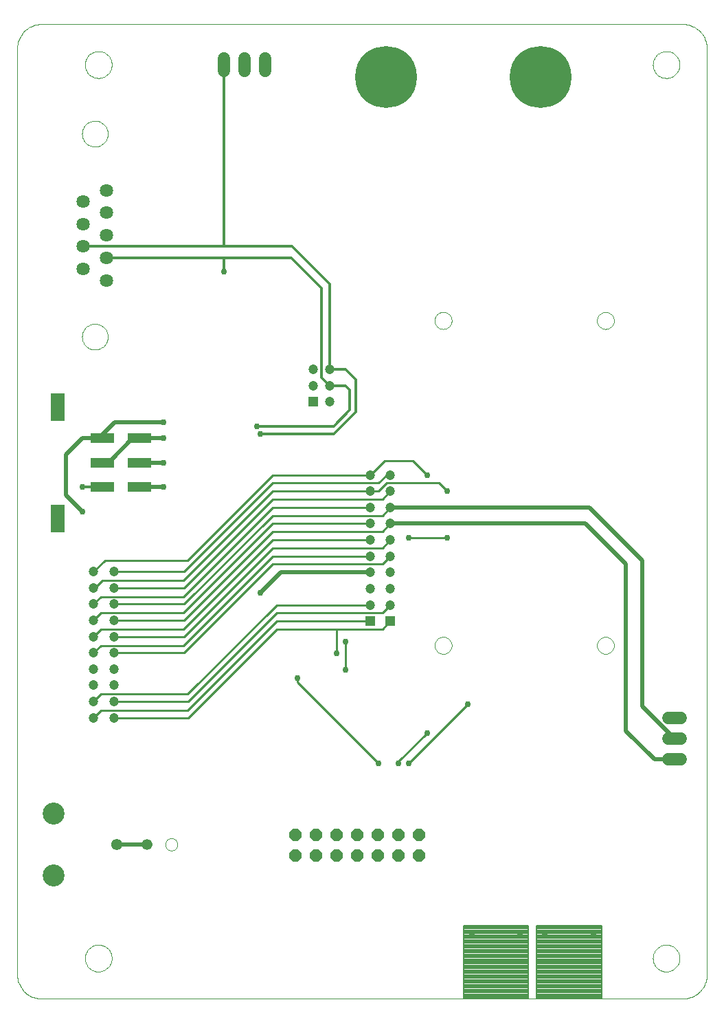
<source format=gtl>
G75*
G70*
%OFA0B0*%
%FSLAX24Y24*%
%IPPOS*%
%LPD*%
%AMOC8*
5,1,8,0,0,1.08239X$1,22.5*
%
%ADD10C,0.0000*%
%ADD11C,0.0472*%
%ADD12R,0.0472X0.0472*%
%ADD13C,0.3000*%
%ADD14C,0.1063*%
%ADD15C,0.0543*%
%ADD16OC8,0.0600*%
%ADD17R,0.1150X0.0500*%
%ADD18R,0.0650X0.1350*%
%ADD19C,0.0644*%
%ADD20C,0.0600*%
%ADD21C,0.0098*%
%ADD22C,0.0197*%
%ADD23C,0.0297*%
%ADD24C,0.0079*%
%ADD25C,0.0138*%
%ADD26C,0.0526*%
D10*
X005291Y001336D02*
X005291Y046218D01*
X005293Y046284D01*
X005298Y046350D01*
X005308Y046416D01*
X005321Y046481D01*
X005337Y046545D01*
X005357Y046608D01*
X005381Y046670D01*
X005408Y046730D01*
X005438Y046789D01*
X005472Y046846D01*
X005509Y046901D01*
X005549Y046954D01*
X005591Y047005D01*
X005637Y047053D01*
X005685Y047099D01*
X005736Y047141D01*
X005789Y047181D01*
X005844Y047218D01*
X005901Y047252D01*
X005960Y047282D01*
X006020Y047309D01*
X006082Y047333D01*
X006145Y047353D01*
X006209Y047369D01*
X006274Y047382D01*
X006340Y047392D01*
X006406Y047397D01*
X006472Y047399D01*
X037575Y047399D01*
X037641Y047397D01*
X037707Y047392D01*
X037773Y047382D01*
X037838Y047369D01*
X037902Y047353D01*
X037965Y047333D01*
X038027Y047309D01*
X038087Y047282D01*
X038146Y047252D01*
X038203Y047218D01*
X038258Y047181D01*
X038311Y047141D01*
X038362Y047099D01*
X038410Y047053D01*
X038456Y047005D01*
X038498Y046954D01*
X038538Y046901D01*
X038575Y046846D01*
X038609Y046789D01*
X038639Y046730D01*
X038666Y046670D01*
X038690Y046608D01*
X038710Y046545D01*
X038726Y046481D01*
X038739Y046416D01*
X038749Y046350D01*
X038754Y046284D01*
X038756Y046218D01*
X038756Y001336D01*
X038754Y001270D01*
X038749Y001204D01*
X038739Y001138D01*
X038726Y001073D01*
X038710Y001009D01*
X038690Y000946D01*
X038666Y000884D01*
X038639Y000824D01*
X038609Y000765D01*
X038575Y000708D01*
X038538Y000653D01*
X038498Y000600D01*
X038456Y000549D01*
X038410Y000501D01*
X038362Y000455D01*
X038311Y000413D01*
X038258Y000373D01*
X038203Y000336D01*
X038146Y000302D01*
X038087Y000272D01*
X038027Y000245D01*
X037965Y000221D01*
X037902Y000201D01*
X037838Y000185D01*
X037773Y000172D01*
X037707Y000162D01*
X037641Y000157D01*
X037575Y000155D01*
X006472Y000155D01*
X006406Y000157D01*
X006340Y000162D01*
X006274Y000172D01*
X006209Y000185D01*
X006145Y000201D01*
X006082Y000221D01*
X006020Y000245D01*
X005960Y000272D01*
X005901Y000302D01*
X005844Y000336D01*
X005789Y000373D01*
X005736Y000413D01*
X005685Y000455D01*
X005637Y000501D01*
X005591Y000549D01*
X005549Y000600D01*
X005509Y000653D01*
X005472Y000708D01*
X005438Y000765D01*
X005408Y000824D01*
X005381Y000884D01*
X005357Y000946D01*
X005337Y001009D01*
X005321Y001073D01*
X005308Y001138D01*
X005298Y001204D01*
X005293Y001270D01*
X005291Y001336D01*
X008578Y002123D02*
X008580Y002173D01*
X008586Y002223D01*
X008596Y002273D01*
X008609Y002321D01*
X008626Y002369D01*
X008647Y002415D01*
X008671Y002459D01*
X008699Y002501D01*
X008730Y002541D01*
X008764Y002578D01*
X008801Y002613D01*
X008840Y002644D01*
X008881Y002673D01*
X008925Y002698D01*
X008971Y002720D01*
X009018Y002738D01*
X009066Y002752D01*
X009115Y002763D01*
X009165Y002770D01*
X009215Y002773D01*
X009266Y002772D01*
X009316Y002767D01*
X009366Y002758D01*
X009414Y002746D01*
X009462Y002729D01*
X009508Y002709D01*
X009553Y002686D01*
X009596Y002659D01*
X009636Y002629D01*
X009674Y002596D01*
X009709Y002560D01*
X009742Y002521D01*
X009771Y002480D01*
X009797Y002437D01*
X009820Y002392D01*
X009839Y002345D01*
X009854Y002297D01*
X009866Y002248D01*
X009874Y002198D01*
X009878Y002148D01*
X009878Y002098D01*
X009874Y002048D01*
X009866Y001998D01*
X009854Y001949D01*
X009839Y001901D01*
X009820Y001854D01*
X009797Y001809D01*
X009771Y001766D01*
X009742Y001725D01*
X009709Y001686D01*
X009674Y001650D01*
X009636Y001617D01*
X009596Y001587D01*
X009553Y001560D01*
X009508Y001537D01*
X009462Y001517D01*
X009414Y001500D01*
X009366Y001488D01*
X009316Y001479D01*
X009266Y001474D01*
X009215Y001473D01*
X009165Y001476D01*
X009115Y001483D01*
X009066Y001494D01*
X009018Y001508D01*
X008971Y001526D01*
X008925Y001548D01*
X008881Y001573D01*
X008840Y001602D01*
X008801Y001633D01*
X008764Y001668D01*
X008730Y001705D01*
X008699Y001745D01*
X008671Y001787D01*
X008647Y001831D01*
X008626Y001877D01*
X008609Y001925D01*
X008596Y001973D01*
X008586Y002023D01*
X008580Y002073D01*
X008578Y002123D01*
X012477Y007635D02*
X012479Y007669D01*
X012485Y007703D01*
X012495Y007736D01*
X012508Y007767D01*
X012526Y007797D01*
X012546Y007825D01*
X012570Y007850D01*
X012596Y007872D01*
X012624Y007890D01*
X012655Y007906D01*
X012687Y007918D01*
X012721Y007926D01*
X012755Y007930D01*
X012789Y007930D01*
X012823Y007926D01*
X012857Y007918D01*
X012889Y007906D01*
X012919Y007890D01*
X012948Y007872D01*
X012974Y007850D01*
X012998Y007825D01*
X013018Y007797D01*
X013036Y007767D01*
X013049Y007736D01*
X013059Y007703D01*
X013065Y007669D01*
X013067Y007635D01*
X013065Y007601D01*
X013059Y007567D01*
X013049Y007534D01*
X013036Y007503D01*
X013018Y007473D01*
X012998Y007445D01*
X012974Y007420D01*
X012948Y007398D01*
X012920Y007380D01*
X012889Y007364D01*
X012857Y007352D01*
X012823Y007344D01*
X012789Y007340D01*
X012755Y007340D01*
X012721Y007344D01*
X012687Y007352D01*
X012655Y007364D01*
X012624Y007380D01*
X012596Y007398D01*
X012570Y007420D01*
X012546Y007445D01*
X012526Y007473D01*
X012508Y007503D01*
X012495Y007534D01*
X012485Y007567D01*
X012479Y007601D01*
X012477Y007635D01*
X025548Y017281D02*
X025550Y017321D01*
X025556Y017362D01*
X025566Y017401D01*
X025579Y017439D01*
X025597Y017476D01*
X025618Y017510D01*
X025642Y017543D01*
X025669Y017573D01*
X025699Y017600D01*
X025732Y017624D01*
X025766Y017645D01*
X025803Y017663D01*
X025841Y017676D01*
X025880Y017686D01*
X025921Y017692D01*
X025961Y017694D01*
X026001Y017692D01*
X026042Y017686D01*
X026081Y017676D01*
X026119Y017663D01*
X026156Y017645D01*
X026190Y017624D01*
X026223Y017600D01*
X026253Y017573D01*
X026280Y017543D01*
X026304Y017510D01*
X026325Y017476D01*
X026343Y017439D01*
X026356Y017401D01*
X026366Y017362D01*
X026372Y017321D01*
X026374Y017281D01*
X026372Y017241D01*
X026366Y017200D01*
X026356Y017161D01*
X026343Y017123D01*
X026325Y017086D01*
X026304Y017052D01*
X026280Y017019D01*
X026253Y016989D01*
X026223Y016962D01*
X026190Y016938D01*
X026156Y016917D01*
X026119Y016899D01*
X026081Y016886D01*
X026042Y016876D01*
X026001Y016870D01*
X025961Y016868D01*
X025921Y016870D01*
X025880Y016876D01*
X025841Y016886D01*
X025803Y016899D01*
X025766Y016917D01*
X025732Y016938D01*
X025699Y016962D01*
X025669Y016989D01*
X025642Y017019D01*
X025618Y017052D01*
X025597Y017086D01*
X025579Y017123D01*
X025566Y017161D01*
X025556Y017200D01*
X025550Y017241D01*
X025548Y017281D01*
X033422Y017281D02*
X033424Y017321D01*
X033430Y017362D01*
X033440Y017401D01*
X033453Y017439D01*
X033471Y017476D01*
X033492Y017510D01*
X033516Y017543D01*
X033543Y017573D01*
X033573Y017600D01*
X033606Y017624D01*
X033640Y017645D01*
X033677Y017663D01*
X033715Y017676D01*
X033754Y017686D01*
X033795Y017692D01*
X033835Y017694D01*
X033875Y017692D01*
X033916Y017686D01*
X033955Y017676D01*
X033993Y017663D01*
X034030Y017645D01*
X034064Y017624D01*
X034097Y017600D01*
X034127Y017573D01*
X034154Y017543D01*
X034178Y017510D01*
X034199Y017476D01*
X034217Y017439D01*
X034230Y017401D01*
X034240Y017362D01*
X034246Y017321D01*
X034248Y017281D01*
X034246Y017241D01*
X034240Y017200D01*
X034230Y017161D01*
X034217Y017123D01*
X034199Y017086D01*
X034178Y017052D01*
X034154Y017019D01*
X034127Y016989D01*
X034097Y016962D01*
X034064Y016938D01*
X034030Y016917D01*
X033993Y016899D01*
X033955Y016886D01*
X033916Y016876D01*
X033875Y016870D01*
X033835Y016868D01*
X033795Y016870D01*
X033754Y016876D01*
X033715Y016886D01*
X033677Y016899D01*
X033640Y016917D01*
X033606Y016938D01*
X033573Y016962D01*
X033543Y016989D01*
X033516Y017019D01*
X033492Y017052D01*
X033471Y017086D01*
X033453Y017123D01*
X033440Y017161D01*
X033430Y017200D01*
X033424Y017241D01*
X033422Y017281D01*
X036137Y002123D02*
X036139Y002173D01*
X036145Y002223D01*
X036155Y002273D01*
X036168Y002321D01*
X036185Y002369D01*
X036206Y002415D01*
X036230Y002459D01*
X036258Y002501D01*
X036289Y002541D01*
X036323Y002578D01*
X036360Y002613D01*
X036399Y002644D01*
X036440Y002673D01*
X036484Y002698D01*
X036530Y002720D01*
X036577Y002738D01*
X036625Y002752D01*
X036674Y002763D01*
X036724Y002770D01*
X036774Y002773D01*
X036825Y002772D01*
X036875Y002767D01*
X036925Y002758D01*
X036973Y002746D01*
X037021Y002729D01*
X037067Y002709D01*
X037112Y002686D01*
X037155Y002659D01*
X037195Y002629D01*
X037233Y002596D01*
X037268Y002560D01*
X037301Y002521D01*
X037330Y002480D01*
X037356Y002437D01*
X037379Y002392D01*
X037398Y002345D01*
X037413Y002297D01*
X037425Y002248D01*
X037433Y002198D01*
X037437Y002148D01*
X037437Y002098D01*
X037433Y002048D01*
X037425Y001998D01*
X037413Y001949D01*
X037398Y001901D01*
X037379Y001854D01*
X037356Y001809D01*
X037330Y001766D01*
X037301Y001725D01*
X037268Y001686D01*
X037233Y001650D01*
X037195Y001617D01*
X037155Y001587D01*
X037112Y001560D01*
X037067Y001537D01*
X037021Y001517D01*
X036973Y001500D01*
X036925Y001488D01*
X036875Y001479D01*
X036825Y001474D01*
X036774Y001473D01*
X036724Y001476D01*
X036674Y001483D01*
X036625Y001494D01*
X036577Y001508D01*
X036530Y001526D01*
X036484Y001548D01*
X036440Y001573D01*
X036399Y001602D01*
X036360Y001633D01*
X036323Y001668D01*
X036289Y001705D01*
X036258Y001745D01*
X036230Y001787D01*
X036206Y001831D01*
X036185Y001877D01*
X036168Y001925D01*
X036155Y001973D01*
X036145Y002023D01*
X036139Y002073D01*
X036137Y002123D01*
X033422Y033029D02*
X033424Y033069D01*
X033430Y033110D01*
X033440Y033149D01*
X033453Y033187D01*
X033471Y033224D01*
X033492Y033258D01*
X033516Y033291D01*
X033543Y033321D01*
X033573Y033348D01*
X033606Y033372D01*
X033640Y033393D01*
X033677Y033411D01*
X033715Y033424D01*
X033754Y033434D01*
X033795Y033440D01*
X033835Y033442D01*
X033875Y033440D01*
X033916Y033434D01*
X033955Y033424D01*
X033993Y033411D01*
X034030Y033393D01*
X034064Y033372D01*
X034097Y033348D01*
X034127Y033321D01*
X034154Y033291D01*
X034178Y033258D01*
X034199Y033224D01*
X034217Y033187D01*
X034230Y033149D01*
X034240Y033110D01*
X034246Y033069D01*
X034248Y033029D01*
X034246Y032989D01*
X034240Y032948D01*
X034230Y032909D01*
X034217Y032871D01*
X034199Y032834D01*
X034178Y032800D01*
X034154Y032767D01*
X034127Y032737D01*
X034097Y032710D01*
X034064Y032686D01*
X034030Y032665D01*
X033993Y032647D01*
X033955Y032634D01*
X033916Y032624D01*
X033875Y032618D01*
X033835Y032616D01*
X033795Y032618D01*
X033754Y032624D01*
X033715Y032634D01*
X033677Y032647D01*
X033640Y032665D01*
X033606Y032686D01*
X033573Y032710D01*
X033543Y032737D01*
X033516Y032767D01*
X033492Y032800D01*
X033471Y032834D01*
X033453Y032871D01*
X033440Y032909D01*
X033430Y032948D01*
X033424Y032989D01*
X033422Y033029D01*
X025548Y033029D02*
X025550Y033069D01*
X025556Y033110D01*
X025566Y033149D01*
X025579Y033187D01*
X025597Y033224D01*
X025618Y033258D01*
X025642Y033291D01*
X025669Y033321D01*
X025699Y033348D01*
X025732Y033372D01*
X025766Y033393D01*
X025803Y033411D01*
X025841Y033424D01*
X025880Y033434D01*
X025921Y033440D01*
X025961Y033442D01*
X026001Y033440D01*
X026042Y033434D01*
X026081Y033424D01*
X026119Y033411D01*
X026156Y033393D01*
X026190Y033372D01*
X026223Y033348D01*
X026253Y033321D01*
X026280Y033291D01*
X026304Y033258D01*
X026325Y033224D01*
X026343Y033187D01*
X026356Y033149D01*
X026366Y033110D01*
X026372Y033069D01*
X026374Y033029D01*
X026372Y032989D01*
X026366Y032948D01*
X026356Y032909D01*
X026343Y032871D01*
X026325Y032834D01*
X026304Y032800D01*
X026280Y032767D01*
X026253Y032737D01*
X026223Y032710D01*
X026190Y032686D01*
X026156Y032665D01*
X026119Y032647D01*
X026081Y032634D01*
X026042Y032624D01*
X026001Y032618D01*
X025961Y032616D01*
X025921Y032618D01*
X025880Y032624D01*
X025841Y032634D01*
X025803Y032647D01*
X025766Y032665D01*
X025732Y032686D01*
X025699Y032710D01*
X025669Y032737D01*
X025642Y032767D01*
X025618Y032800D01*
X025597Y032834D01*
X025579Y032871D01*
X025566Y032909D01*
X025556Y032948D01*
X025550Y032989D01*
X025548Y033029D01*
X036137Y045431D02*
X036139Y045481D01*
X036145Y045531D01*
X036155Y045581D01*
X036168Y045629D01*
X036185Y045677D01*
X036206Y045723D01*
X036230Y045767D01*
X036258Y045809D01*
X036289Y045849D01*
X036323Y045886D01*
X036360Y045921D01*
X036399Y045952D01*
X036440Y045981D01*
X036484Y046006D01*
X036530Y046028D01*
X036577Y046046D01*
X036625Y046060D01*
X036674Y046071D01*
X036724Y046078D01*
X036774Y046081D01*
X036825Y046080D01*
X036875Y046075D01*
X036925Y046066D01*
X036973Y046054D01*
X037021Y046037D01*
X037067Y046017D01*
X037112Y045994D01*
X037155Y045967D01*
X037195Y045937D01*
X037233Y045904D01*
X037268Y045868D01*
X037301Y045829D01*
X037330Y045788D01*
X037356Y045745D01*
X037379Y045700D01*
X037398Y045653D01*
X037413Y045605D01*
X037425Y045556D01*
X037433Y045506D01*
X037437Y045456D01*
X037437Y045406D01*
X037433Y045356D01*
X037425Y045306D01*
X037413Y045257D01*
X037398Y045209D01*
X037379Y045162D01*
X037356Y045117D01*
X037330Y045074D01*
X037301Y045033D01*
X037268Y044994D01*
X037233Y044958D01*
X037195Y044925D01*
X037155Y044895D01*
X037112Y044868D01*
X037067Y044845D01*
X037021Y044825D01*
X036973Y044808D01*
X036925Y044796D01*
X036875Y044787D01*
X036825Y044782D01*
X036774Y044781D01*
X036724Y044784D01*
X036674Y044791D01*
X036625Y044802D01*
X036577Y044816D01*
X036530Y044834D01*
X036484Y044856D01*
X036440Y044881D01*
X036399Y044910D01*
X036360Y044941D01*
X036323Y044976D01*
X036289Y045013D01*
X036258Y045053D01*
X036230Y045095D01*
X036206Y045139D01*
X036185Y045185D01*
X036168Y045233D01*
X036155Y045281D01*
X036145Y045331D01*
X036139Y045381D01*
X036137Y045431D01*
X008578Y045431D02*
X008580Y045481D01*
X008586Y045531D01*
X008596Y045581D01*
X008609Y045629D01*
X008626Y045677D01*
X008647Y045723D01*
X008671Y045767D01*
X008699Y045809D01*
X008730Y045849D01*
X008764Y045886D01*
X008801Y045921D01*
X008840Y045952D01*
X008881Y045981D01*
X008925Y046006D01*
X008971Y046028D01*
X009018Y046046D01*
X009066Y046060D01*
X009115Y046071D01*
X009165Y046078D01*
X009215Y046081D01*
X009266Y046080D01*
X009316Y046075D01*
X009366Y046066D01*
X009414Y046054D01*
X009462Y046037D01*
X009508Y046017D01*
X009553Y045994D01*
X009596Y045967D01*
X009636Y045937D01*
X009674Y045904D01*
X009709Y045868D01*
X009742Y045829D01*
X009771Y045788D01*
X009797Y045745D01*
X009820Y045700D01*
X009839Y045653D01*
X009854Y045605D01*
X009866Y045556D01*
X009874Y045506D01*
X009878Y045456D01*
X009878Y045406D01*
X009874Y045356D01*
X009866Y045306D01*
X009854Y045257D01*
X009839Y045209D01*
X009820Y045162D01*
X009797Y045117D01*
X009771Y045074D01*
X009742Y045033D01*
X009709Y044994D01*
X009674Y044958D01*
X009636Y044925D01*
X009596Y044895D01*
X009553Y044868D01*
X009508Y044845D01*
X009462Y044825D01*
X009414Y044808D01*
X009366Y044796D01*
X009316Y044787D01*
X009266Y044782D01*
X009215Y044781D01*
X009165Y044784D01*
X009115Y044791D01*
X009066Y044802D01*
X009018Y044816D01*
X008971Y044834D01*
X008925Y044856D01*
X008881Y044881D01*
X008840Y044910D01*
X008801Y044941D01*
X008764Y044976D01*
X008730Y045013D01*
X008699Y045053D01*
X008671Y045095D01*
X008647Y045139D01*
X008626Y045185D01*
X008609Y045233D01*
X008596Y045281D01*
X008586Y045331D01*
X008580Y045381D01*
X008578Y045431D01*
X008437Y042082D02*
X008439Y042132D01*
X008445Y042181D01*
X008455Y042230D01*
X008468Y042278D01*
X008486Y042324D01*
X008507Y042370D01*
X008532Y042413D01*
X008559Y042454D01*
X008591Y042493D01*
X008625Y042529D01*
X008662Y042562D01*
X008701Y042593D01*
X008743Y042620D01*
X008787Y042644D01*
X008832Y042664D01*
X008879Y042680D01*
X008927Y042693D01*
X008976Y042702D01*
X009026Y042707D01*
X009075Y042708D01*
X009125Y042705D01*
X009174Y042698D01*
X009223Y042687D01*
X009271Y042673D01*
X009317Y042654D01*
X009362Y042632D01*
X009404Y042607D01*
X009445Y042578D01*
X009483Y042546D01*
X009519Y042511D01*
X009551Y042474D01*
X009581Y042434D01*
X009607Y042391D01*
X009630Y042347D01*
X009649Y042301D01*
X009665Y042254D01*
X009677Y042206D01*
X009685Y042157D01*
X009689Y042107D01*
X009689Y042057D01*
X009685Y042007D01*
X009677Y041958D01*
X009665Y041910D01*
X009649Y041863D01*
X009630Y041817D01*
X009607Y041773D01*
X009581Y041730D01*
X009551Y041690D01*
X009519Y041653D01*
X009483Y041618D01*
X009445Y041586D01*
X009404Y041557D01*
X009362Y041532D01*
X009317Y041510D01*
X009271Y041491D01*
X009223Y041477D01*
X009174Y041466D01*
X009125Y041459D01*
X009075Y041456D01*
X009026Y041457D01*
X008976Y041462D01*
X008927Y041471D01*
X008879Y041484D01*
X008832Y041500D01*
X008787Y041520D01*
X008743Y041544D01*
X008701Y041571D01*
X008662Y041602D01*
X008625Y041635D01*
X008591Y041671D01*
X008559Y041710D01*
X008532Y041751D01*
X008507Y041794D01*
X008486Y041840D01*
X008468Y041886D01*
X008455Y041934D01*
X008445Y041983D01*
X008439Y042032D01*
X008437Y042082D01*
X008437Y032244D02*
X008439Y032294D01*
X008445Y032343D01*
X008455Y032392D01*
X008468Y032440D01*
X008486Y032486D01*
X008507Y032532D01*
X008532Y032575D01*
X008559Y032616D01*
X008591Y032655D01*
X008625Y032691D01*
X008662Y032724D01*
X008701Y032755D01*
X008743Y032782D01*
X008787Y032806D01*
X008832Y032826D01*
X008879Y032842D01*
X008927Y032855D01*
X008976Y032864D01*
X009026Y032869D01*
X009075Y032870D01*
X009125Y032867D01*
X009174Y032860D01*
X009223Y032849D01*
X009271Y032835D01*
X009317Y032816D01*
X009362Y032794D01*
X009404Y032769D01*
X009445Y032740D01*
X009483Y032708D01*
X009519Y032673D01*
X009551Y032636D01*
X009581Y032596D01*
X009607Y032553D01*
X009630Y032509D01*
X009649Y032463D01*
X009665Y032416D01*
X009677Y032368D01*
X009685Y032319D01*
X009689Y032269D01*
X009689Y032219D01*
X009685Y032169D01*
X009677Y032120D01*
X009665Y032072D01*
X009649Y032025D01*
X009630Y031979D01*
X009607Y031935D01*
X009581Y031892D01*
X009551Y031852D01*
X009519Y031815D01*
X009483Y031780D01*
X009445Y031748D01*
X009404Y031719D01*
X009362Y031694D01*
X009317Y031672D01*
X009271Y031653D01*
X009223Y031639D01*
X009174Y031628D01*
X009125Y031621D01*
X009075Y031618D01*
X009026Y031619D01*
X008976Y031624D01*
X008927Y031633D01*
X008879Y031646D01*
X008832Y031662D01*
X008787Y031682D01*
X008743Y031706D01*
X008701Y031733D01*
X008662Y031764D01*
X008625Y031797D01*
X008591Y031833D01*
X008559Y031872D01*
X008532Y031913D01*
X008507Y031956D01*
X008486Y032002D01*
X008468Y032048D01*
X008455Y032096D01*
X008445Y032145D01*
X008439Y032194D01*
X008437Y032244D01*
D11*
X009000Y020864D03*
X009000Y020076D03*
X009000Y019289D03*
X009000Y018501D03*
X009000Y017714D03*
X009000Y016927D03*
X009000Y016139D03*
X009000Y015352D03*
X009000Y014564D03*
X009000Y013777D03*
X009984Y013777D03*
X009984Y014564D03*
X009984Y015352D03*
X009984Y016139D03*
X009984Y016927D03*
X009984Y017714D03*
X009984Y018501D03*
X009984Y019289D03*
X009984Y020076D03*
X009984Y020864D03*
X019661Y029879D03*
X019661Y030667D03*
X020449Y030667D03*
X020449Y029879D03*
X020449Y029092D03*
X022417Y025549D03*
X022417Y024761D03*
X022417Y023974D03*
X022417Y023186D03*
X022417Y022399D03*
X022417Y021612D03*
X022417Y020824D03*
X022417Y020037D03*
X022417Y019249D03*
X023402Y019249D03*
X023402Y020037D03*
X023402Y020824D03*
X023402Y021612D03*
X023402Y022399D03*
X023402Y023186D03*
X023402Y023974D03*
X023402Y024761D03*
X023402Y025549D03*
D12*
X019661Y029092D03*
X022417Y018462D03*
X023402Y018462D03*
D13*
X023185Y044820D03*
X030685Y044820D03*
D14*
X007063Y009131D03*
X007063Y006139D03*
D15*
X010134Y007635D03*
D16*
X018791Y008092D03*
X019791Y008092D03*
X019791Y007092D03*
X018791Y007092D03*
X020791Y007092D03*
X021791Y007092D03*
X021791Y008092D03*
X020791Y008092D03*
X022791Y008092D03*
X022791Y007092D03*
X023791Y007092D03*
X024791Y007092D03*
X024791Y008092D03*
X023791Y008092D03*
D17*
X011236Y024958D03*
X011236Y026139D03*
X011236Y027320D03*
X009413Y027320D03*
X009413Y026139D03*
X009413Y024958D03*
D18*
X007260Y023429D03*
X007260Y028849D03*
D19*
X009622Y034982D03*
X009622Y036072D03*
X009622Y037163D03*
X009622Y038253D03*
X009622Y039344D03*
X008504Y038799D03*
X008504Y037708D03*
X008504Y036618D03*
X008504Y035527D03*
D20*
X015315Y045131D02*
X015315Y045731D01*
X016315Y045731D02*
X016315Y045131D01*
X017315Y045131D02*
X017315Y045731D01*
X036881Y013753D02*
X037481Y013753D01*
X037481Y012753D02*
X036881Y012753D01*
X036881Y011753D02*
X037481Y011753D01*
D21*
X027142Y014427D02*
X024287Y011572D01*
X023795Y011572D02*
X023795Y011671D01*
X025173Y013049D01*
X022811Y011572D02*
X018874Y015509D01*
X018874Y015706D01*
X017890Y018068D02*
X013598Y013777D01*
X009984Y013777D01*
X009354Y014131D02*
X009000Y013777D01*
X009354Y014131D02*
X013559Y014131D01*
X017890Y018462D01*
X022417Y018462D01*
X023008Y018068D02*
X020843Y018068D01*
X020803Y018029D01*
X020803Y016887D01*
X021236Y017478D02*
X021236Y016100D01*
X020843Y018068D02*
X017890Y018068D01*
X017890Y018856D02*
X013598Y014564D01*
X009984Y014564D01*
X009354Y014919D02*
X013559Y014919D01*
X017890Y019249D01*
X022417Y019249D01*
X023008Y018856D02*
X017890Y018856D01*
X017693Y021218D02*
X013402Y016927D01*
X009984Y016927D01*
X009354Y017281D02*
X009000Y016927D01*
X009354Y017281D02*
X013362Y017281D01*
X017693Y021612D01*
X022417Y021612D01*
X023008Y022005D02*
X017693Y022005D01*
X013402Y017714D01*
X009984Y017714D01*
X009354Y018068D02*
X009000Y017714D01*
X009354Y018068D02*
X013362Y018068D01*
X017693Y022399D01*
X022417Y022399D01*
X022417Y023186D02*
X017693Y023186D01*
X013362Y018856D01*
X009354Y018856D01*
X009000Y018501D01*
X009000Y019289D02*
X009354Y019643D01*
X013362Y019643D01*
X017693Y023974D01*
X022417Y023974D01*
X023008Y024368D02*
X017693Y024368D01*
X013402Y020076D01*
X009984Y020076D01*
X009425Y020431D02*
X009031Y020037D01*
X009031Y020045D01*
X009000Y020076D01*
X009425Y020431D02*
X013362Y020431D01*
X017693Y024761D01*
X022417Y024761D01*
X022811Y024761D01*
X023205Y025155D01*
X025764Y025155D01*
X026157Y024761D01*
X025173Y025549D02*
X024484Y026238D01*
X023106Y026238D01*
X022417Y025549D01*
X017693Y025549D01*
X013559Y021415D01*
X009551Y021415D01*
X009000Y020864D01*
X009984Y020864D02*
X013402Y020864D01*
X017693Y025155D01*
X022811Y025155D01*
X023205Y025549D01*
X023402Y025549D01*
X023402Y024761D02*
X023008Y024368D01*
X023402Y023974D02*
X023008Y023580D01*
X017693Y023580D01*
X013402Y019289D01*
X009984Y019289D01*
X009984Y018501D02*
X013402Y018501D01*
X017693Y022793D01*
X023008Y022793D01*
X023402Y023186D01*
X023402Y022399D02*
X023008Y022005D01*
X023402Y021612D02*
X023008Y021218D01*
X017693Y021218D01*
X023008Y018856D02*
X023402Y019249D01*
X023402Y018462D02*
X023008Y018068D01*
X024287Y022497D02*
X026157Y022497D01*
X009354Y014919D02*
X009000Y014564D01*
D22*
X010134Y007635D02*
X011591Y007635D01*
X017102Y019840D02*
X018087Y020824D01*
X022417Y020824D01*
X023402Y023186D02*
X032850Y023186D01*
X034819Y021218D01*
X034819Y013147D01*
X036213Y011753D01*
X037181Y011753D01*
X037197Y011769D01*
X037181Y012753D02*
X035606Y014328D01*
X035606Y021415D01*
X033047Y023974D01*
X023402Y023974D01*
X012378Y024958D02*
X011236Y024958D01*
X011236Y026139D02*
X012378Y026139D01*
X012378Y027320D02*
X011236Y027320D01*
X010902Y027320D01*
X009819Y026238D01*
X009512Y026238D01*
X009413Y026139D01*
X009413Y027320D02*
X008441Y027320D01*
X007654Y026533D01*
X007654Y024564D01*
X008441Y023777D01*
X009413Y027320D02*
X009413Y027505D01*
X010016Y028108D01*
X012378Y028108D01*
D23*
X012378Y028108D03*
X012378Y027320D03*
X012378Y026139D03*
X012378Y024958D03*
X008441Y024958D03*
X008441Y023777D03*
X016906Y027911D03*
X017102Y027517D03*
X017102Y019840D03*
X018874Y015706D03*
X020803Y016887D03*
X021236Y017478D03*
X021236Y016100D03*
X022811Y011572D03*
X023795Y011572D03*
X024287Y011572D03*
X025173Y013049D03*
X027142Y014427D03*
X026157Y022497D03*
X024287Y022497D03*
X026157Y024761D03*
X025173Y025549D03*
X015331Y035391D03*
X027339Y003305D03*
X029701Y003305D03*
X030882Y003305D03*
X033244Y003305D03*
D24*
X033638Y003319D02*
X030488Y003319D01*
X030488Y003242D02*
X033638Y003242D01*
X033638Y003165D02*
X030488Y003165D01*
X030488Y003087D02*
X033638Y003087D01*
X033638Y003010D02*
X030488Y003010D01*
X030488Y002933D02*
X033638Y002933D01*
X033638Y002855D02*
X030488Y002855D01*
X030488Y002778D02*
X033638Y002778D01*
X033638Y002701D02*
X030488Y002701D01*
X030488Y002624D02*
X033638Y002624D01*
X033638Y002546D02*
X030488Y002546D01*
X030488Y002469D02*
X033638Y002469D01*
X033638Y002392D02*
X030488Y002392D01*
X030488Y002314D02*
X033638Y002314D01*
X033638Y002237D02*
X030488Y002237D01*
X030488Y002160D02*
X033638Y002160D01*
X033638Y002083D02*
X030488Y002083D01*
X030488Y002005D02*
X033638Y002005D01*
X033638Y001928D02*
X030488Y001928D01*
X030488Y001851D02*
X033638Y001851D01*
X033638Y001773D02*
X030488Y001773D01*
X030488Y001696D02*
X033638Y001696D01*
X033638Y001619D02*
X030488Y001619D01*
X030488Y001542D02*
X033638Y001542D01*
X033638Y001464D02*
X030488Y001464D01*
X030488Y001387D02*
X033638Y001387D01*
X033638Y001310D02*
X030488Y001310D01*
X030488Y001232D02*
X033638Y001232D01*
X033638Y001155D02*
X030488Y001155D01*
X030488Y001078D02*
X033638Y001078D01*
X033638Y001001D02*
X030488Y001001D01*
X030488Y000923D02*
X033638Y000923D01*
X033638Y000846D02*
X030488Y000846D01*
X030488Y000769D02*
X033638Y000769D01*
X033638Y000691D02*
X030488Y000691D01*
X030488Y000614D02*
X033638Y000614D01*
X033638Y000537D02*
X030488Y000537D01*
X030488Y000460D02*
X033638Y000460D01*
X033638Y000382D02*
X030488Y000382D01*
X030488Y000305D02*
X033638Y000305D01*
X033638Y000228D02*
X030488Y000228D01*
X030488Y000155D02*
X033638Y000155D01*
X033638Y003698D01*
X030488Y003698D01*
X030488Y000155D01*
X030094Y000155D02*
X026945Y000155D01*
X026945Y003698D01*
X030094Y003698D01*
X030094Y000155D01*
X030094Y000228D02*
X026945Y000228D01*
X026945Y000305D02*
X030094Y000305D01*
X030094Y000382D02*
X026945Y000382D01*
X026945Y000460D02*
X030094Y000460D01*
X030094Y000537D02*
X026945Y000537D01*
X026945Y000614D02*
X030094Y000614D01*
X030094Y000691D02*
X026945Y000691D01*
X026945Y000769D02*
X030094Y000769D01*
X030094Y000846D02*
X026945Y000846D01*
X026945Y000923D02*
X030094Y000923D01*
X030094Y001001D02*
X026945Y001001D01*
X026945Y001078D02*
X030094Y001078D01*
X030094Y001155D02*
X026945Y001155D01*
X026945Y001232D02*
X030094Y001232D01*
X030094Y001310D02*
X026945Y001310D01*
X026945Y001387D02*
X030094Y001387D01*
X030094Y001464D02*
X026945Y001464D01*
X026945Y001542D02*
X030094Y001542D01*
X030094Y001619D02*
X026945Y001619D01*
X026945Y001696D02*
X030094Y001696D01*
X030094Y001773D02*
X026945Y001773D01*
X026945Y001851D02*
X030094Y001851D01*
X030094Y001928D02*
X026945Y001928D01*
X026945Y002005D02*
X030094Y002005D01*
X030094Y002083D02*
X026945Y002083D01*
X026945Y002160D02*
X030094Y002160D01*
X030094Y002237D02*
X026945Y002237D01*
X026945Y002314D02*
X030094Y002314D01*
X030094Y002392D02*
X026945Y002392D01*
X026945Y002469D02*
X030094Y002469D01*
X030094Y002546D02*
X026945Y002546D01*
X026945Y002624D02*
X030094Y002624D01*
X030094Y002701D02*
X026945Y002701D01*
X026945Y002778D02*
X030094Y002778D01*
X030094Y002855D02*
X026945Y002855D01*
X026945Y002933D02*
X030094Y002933D01*
X030094Y003010D02*
X026945Y003010D01*
X026945Y003087D02*
X030094Y003087D01*
X030094Y003165D02*
X026945Y003165D01*
X026945Y003242D02*
X030094Y003242D01*
X030094Y003319D02*
X026945Y003319D01*
X026945Y003396D02*
X030094Y003396D01*
X030094Y003474D02*
X026945Y003474D01*
X026945Y003551D02*
X030094Y003551D01*
X030094Y003628D02*
X026945Y003628D01*
X030488Y003628D02*
X033638Y003628D01*
X033638Y003551D02*
X030488Y003551D01*
X030488Y003474D02*
X033638Y003474D01*
X033638Y003396D02*
X030488Y003396D01*
D25*
X020646Y027517D02*
X017102Y027517D01*
X016906Y027911D02*
X020646Y027911D01*
X021433Y028698D01*
X021433Y029683D01*
X021236Y029879D01*
X020449Y029879D01*
X020055Y030273D01*
X020055Y034604D01*
X018587Y036072D01*
X015331Y036072D01*
X015331Y035391D01*
X015331Y036072D02*
X009622Y036072D01*
X008504Y036618D02*
X015331Y036618D01*
X015315Y036633D01*
X015315Y045431D01*
X015331Y036618D02*
X018632Y036618D01*
X020449Y034801D01*
X020449Y030667D01*
X021236Y030667D01*
X021728Y030175D01*
X021728Y028600D01*
X020646Y027517D01*
X009413Y024958D02*
X008441Y024958D01*
D26*
X011591Y007635D03*
M02*

</source>
